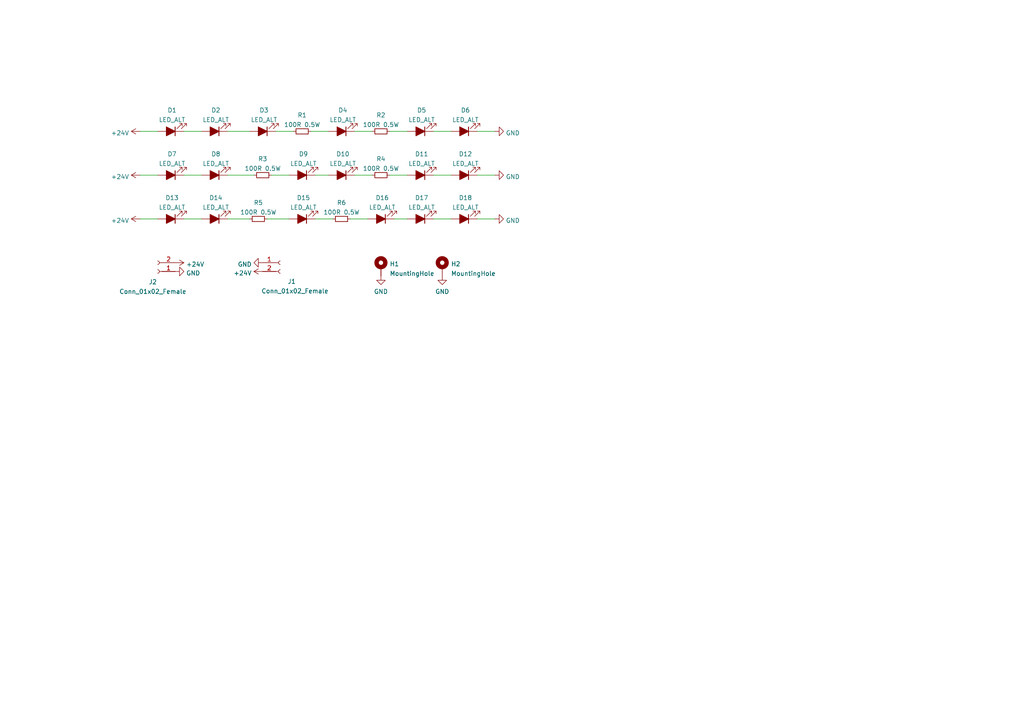
<source format=kicad_sch>
(kicad_sch (version 20211123) (generator eeschema)
  (paper "A4")
  (lib_symbols
    (symbol "Connector:Conn_01x02_Female" (pin_names (offset 1.016) hide)
      (property "Reference" "J" (at 0 2.54 0))
      (property "Value" "Conn_01x02_Female" (at 0 -5.08 0))
      (symbol "Conn_01x02_Female_1_1"
        (arc (start 0 -2.032) (mid -0.508 -2.54) (end 0 -3.048) (stroke (width 0.1524)))
        (polyline (pts (xy -1.27 -2.54) (xy -0.508 -2.54)) (stroke (width 0.1524)))
        (polyline (pts (xy -1.27 0) (xy -0.508 0)) (stroke (width 0.1524)))
        (arc (start 0 0.508) (mid -0.508 0) (end 0 -0.508) (stroke (width 0.1524)))
        (pin passive line (at -5.08 0 0) (length 3.81) (name "Pin_1") (number "1"))
        (pin passive line (at -5.08 -2.54 0) (length 3.81) (name "Pin_2") (number "2"))
      )
    )
    (symbol "Device:LED_ALT" (pin_numbers hide) (pin_names (offset 1.016) hide)
      (property "Reference" "D" (at 0 2.54 0))
      (property "Value" "LED_ALT" (at 0 -2.54 0))
      (symbol "LED_ALT_0_1"
        (polyline (pts (xy -1.27 -1.27) (xy -1.27 1.27)) (stroke (width 0.254)))
        (polyline (pts (xy -1.27 0) (xy 1.27 0)))
        (polyline (pts (xy 1.27 -1.27) (xy 1.27 1.27) (xy -1.27 0) (xy 1.27 -1.27)) (stroke (width 0.254)) (fill (type outline)))
        (polyline (pts (xy -3.048 -0.762) (xy -4.572 -2.286) (xy -3.81 -2.286) (xy -4.572 -2.286) (xy -4.572 -1.524)))
        (polyline (pts (xy -1.778 -0.762) (xy -3.302 -2.286) (xy -2.54 -2.286) (xy -3.302 -2.286) (xy -3.302 -1.524)))
      )
      (symbol "LED_ALT_1_1"
        (pin passive line (at -3.81 0 0) (length 2.54) (name "K") (number "1"))
        (pin passive line (at 3.81 0 180) (length 2.54) (name "A") (number "2"))
      )
    )
    (symbol "Device:R_Small" (pin_numbers hide) (pin_names (offset 0.254) hide)
      (property "Reference" "R" (at 0.762 0.508 0))
      (property "Value" "R_Small" (at 0.762 -1.016 0))
      (symbol "R_Small_0_1"
        (rectangle (start -0.762 1.778) (end 0.762 -1.778) (stroke (width 0.2032)))
      )
      (symbol "R_Small_1_1"
        (pin passive line (at 0 2.54 270) (length 0.762) (name "~") (number "1"))
        (pin passive line (at 0 -2.54 90) (length 0.762) (name "~") (number "2"))
      )
    )
    (symbol "Mechanical:MountingHole_Pad" (pin_numbers hide) (pin_names (offset 1.016) hide)
      (property "Reference" "H" (at 0 6.35 0))
      (property "Value" "MountingHole_Pad" (at 0 4.445 0))
      (symbol "MountingHole_Pad_0_1"
        (circle (center 0 1.27) (radius 1.27) (stroke (width 1.27)))
      )
      (symbol "MountingHole_Pad_1_1"
        (pin input line (at 0 -2.54 90) (length 2.54) (name "1") (number "1"))
      )
    )
    (symbol "power:+24V" (power) (pin_names (offset 0))
      (property "Value" "+24V" (at 0 3.556 0))
      (symbol "+24V_0_1"
        (polyline (pts (xy -0.762 1.27) (xy 0 2.54)))
        (polyline (pts (xy 0 0) (xy 0 2.54)))
        (polyline (pts (xy 0 2.54) (xy 0.762 1.27)))
      )
      (symbol "+24V_1_1"
        (pin power_in line (at 0 0 90) (length 0) hide (name "+24V") (number "1"))
      )
    )
    (symbol "power:GND" (power) (pin_names (offset 0))
      (property "Value" "GND" (at 0 -3.81 0))
      (symbol "GND_0_1"
        (polyline (pts (xy 0 0) (xy 0 -1.27) (xy 1.27 -1.27) (xy 0 -2.54) (xy -1.27 -1.27) (xy 0 -1.27)))
      )
      (symbol "GND_1_1"
        (pin power_in line (at 0 0 270) (length 0) hide (name "GND") (number "1"))
      )
    )
  )
  (wire (pts (xy 125.73 50.8) (xy 130.81 50.8)))
  (wire (pts (xy 113.03 50.8) (xy 118.11 50.8)))
  (wire (pts (xy 77.47 63.5) (xy 83.82 63.5)))
  (wire (pts (xy 138.43 38.1) (xy 143.51 38.1)))
  (wire (pts (xy 53.34 63.5) (xy 58.42 63.5)))
  (wire (pts (xy 66.04 38.1) (xy 72.39 38.1)))
  (wire (pts (xy 91.44 63.5) (xy 96.52 63.5)))
  (wire (pts (xy 125.73 38.1) (xy 130.81 38.1)))
  (wire (pts (xy 40.64 63.5) (xy 45.72 63.5)))
  (wire (pts (xy 53.34 38.1) (xy 58.42 38.1)))
  (wire (pts (xy 91.44 50.8) (xy 95.25 50.8)))
  (wire (pts (xy 101.6 63.5) (xy 106.68 63.5)))
  (wire (pts (xy 78.74 50.8) (xy 83.82 50.8)))
  (wire (pts (xy 138.43 50.8) (xy 143.51 50.8)))
  (wire (pts (xy 138.43 63.5) (xy 143.51 63.5)))
  (wire (pts (xy 40.64 38.1) (xy 45.72 38.1)))
  (wire (pts (xy 102.87 38.1) (xy 107.95 38.1)))
  (wire (pts (xy 114.3 63.5) (xy 118.11 63.5)))
  (wire (pts (xy 90.17 38.1) (xy 95.25 38.1)))
  (wire (pts (xy 102.87 50.8) (xy 107.95 50.8)))
  (wire (pts (xy 66.04 63.5) (xy 72.39 63.5)))
  (wire (pts (xy 125.73 63.5) (xy 130.81 63.5)))
  (wire (pts (xy 53.34 50.8) (xy 58.42 50.8)))
  (wire (pts (xy 66.04 50.8) (xy 73.66 50.8)))
  (wire (pts (xy 40.64 50.8) (xy 45.72 50.8)))
  (wire (pts (xy 113.03 38.1) (xy 118.11 38.1)))
  (wire (pts (xy 80.01 38.1) (xy 85.09 38.1)))
  (symbol (lib_id "Connector:Conn_01x02_Female") (at 45.72 78.74 180) (unit 1)
    (property "Reference" "J2" (at 44.3357 81.7839 0))
    (property "Value" "Conn_01x02_Female" (at 44.3357 84.559 0))
    (property "Footprint" "Daylight:PinHeader_1x02_P2.54mm_Horizontal" (effects hide))
  )
  (symbol (lib_id "Device:LED_ALT") (at 62.23 50.8 180) (unit 1)
    (property "Reference" "D8" (at 62.6109 44.6745 0))
    (property "Value" "LED_ALT" (at 62.6109 47.4496 0))
    (property "Footprint" "Daylight:LED_PLCC_2835_Handsoldering" (effects hide))
    (property "LCSC" "C182223" (effects hide))
  )
  (symbol (lib_id "Device:LED_ALT") (at 49.53 63.5 180) (unit 1)
    (property "Reference" "D13" (at 49.9109 57.3745 0))
    (property "Value" "LED_ALT" (at 49.9109 60.1496 0))
    (property "Footprint" "Daylight:LED_PLCC_2835_Handsoldering" (effects hide))
    (property "LCSC" "C182223" (effects hide))
  )
  (symbol (lib_id "power:GND") (at 143.51 50.8 90) (unit 1)
    (property "Reference" "#PWR0102" (effects hide))
    (property "Value" "GND" (at 146.685 51.279 90) (effects (justify right)))
  )
  (symbol (lib_id "power:GND") (at 143.51 63.5 90) (unit 1)
    (property "Reference" "#PWR0103" (effects hide))
    (property "Value" "GND" (at 146.685 63.979 90) (effects (justify right)))
  )
  (symbol (lib_id "Device:R_Small") (at 74.93 63.5 270) (unit 1)
    (property "Reference" "R5" (at 74.93 58.7969 90))
    (property "Value" "100R 0.5W" (at 74.93 61.572 90))
    (property "Footprint" "Daylight:R_1210_3225Metric_Pad1.30x2.65mm_HandSolder" (effects hide))
    (property "LCSC" "C137089" (effects hide))
  )
  (symbol (lib_id "power:GND") (at 50.8 78.74 90) (unit 1)
    (property "Reference" "#PWR0107" (effects hide))
    (property "Value" "GND" (at 53.975 79.219 90) (effects (justify right)))
  )
  (symbol (lib_id "Device:LED_ALT") (at 134.62 63.5 180) (unit 1)
    (property "Reference" "D18" (at 135.0009 57.3745 0))
    (property "Value" "LED_ALT" (at 135.0009 60.1496 0))
    (property "Footprint" "Daylight:LED_PLCC_2835_Handsoldering" (effects hide))
    (property "LCSC" "C182223" (effects hide))
  )
  (symbol (lib_id "Device:LED_ALT") (at 110.49 63.5 180) (unit 1)
    (property "Reference" "D16" (at 110.8709 57.3745 0))
    (property "Value" "LED_ALT" (at 110.8709 60.1496 0))
    (property "Footprint" "Daylight:LED_PLCC_2835_Handsoldering" (effects hide))
    (property "LCSC" "C182223" (effects hide))
  )
  (symbol (lib_id "Device:LED_ALT") (at 76.2 38.1 180) (unit 1)
    (property "Reference" "D3" (at 76.5809 31.9745 0))
    (property "Value" "LED_ALT" (at 76.5809 34.7496 0))
    (property "Footprint" "Daylight:LED_PLCC_2835_Handsoldering" (effects hide))
    (property "LCSC" "C182223" (effects hide))
  )
  (symbol (lib_id "power:GND") (at 110.49 80.01 0) (unit 1)
    (property "Reference" "#PWR0112" (effects hide))
    (property "Value" "GND" (at 110.49 84.5724 0))
  )
  (symbol (lib_id "Device:LED_ALT") (at 87.63 50.8 180) (unit 1)
    (property "Reference" "D9" (at 88.0109 44.6745 0))
    (property "Value" "LED_ALT" (at 88.0109 47.4496 0))
    (property "Footprint" "Daylight:LED_PLCC_2835_Handsoldering" (effects hide))
    (property "LCSC" "C182223" (effects hide))
  )
  (symbol (lib_id "Device:LED_ALT") (at 62.23 38.1 180) (unit 1)
    (property "Reference" "D2" (at 62.6109 31.9745 0))
    (property "Value" "LED_ALT" (at 62.6109 34.7496 0))
    (property "Footprint" "Daylight:LED_PLCC_2835_Handsoldering" (effects hide))
    (property "LCSC" "C182223" (effects hide))
  )
  (symbol (lib_id "Device:R_Small") (at 76.2 50.8 270) (unit 1)
    (property "Reference" "R3" (at 76.2 46.0969 90))
    (property "Value" "100R 0.5W" (at 76.2 48.872 90))
    (property "Footprint" "Daylight:R_1210_3225Metric_Pad1.30x2.65mm_HandSolder" (effects hide))
    (property "LCSC" "C137089" (effects hide))
  )
  (symbol (lib_id "Device:LED_ALT") (at 62.23 63.5 180) (unit 1)
    (property "Reference" "D14" (at 62.6109 57.3745 0))
    (property "Value" "LED_ALT" (at 62.6109 60.1496 0))
    (property "Footprint" "Daylight:LED_PLCC_2835_Handsoldering" (effects hide))
    (property "LCSC" "C182223" (effects hide))
  )
  (symbol (lib_id "Device:LED_ALT") (at 121.92 50.8 180) (unit 1)
    (property "Reference" "D11" (at 122.3009 44.6745 0))
    (property "Value" "LED_ALT" (at 122.3009 47.4496 0))
    (property "Footprint" "Daylight:LED_PLCC_2835_Handsoldering" (effects hide))
    (property "LCSC" "C182223" (effects hide))
  )
  (symbol (lib_id "power:+24V") (at 40.64 50.8 90) (unit 1)
    (property "Reference" "#PWR0105" (effects hide))
    (property "Value" "+24V" (at 37.465 51.279 90) (effects (justify left)))
  )
  (symbol (lib_id "Mechanical:MountingHole_Pad") (at 128.27 77.47 0) (unit 1) (in_bom no)
    (property "Reference" "H2" (at 130.81 76.5615 0) (effects (justify left)))
    (property "Value" "MountingHole" (at 130.81 79.3366 0) (effects (justify left)))
    (property "Footprint" "MountingHole:MountingHole_3.2mm_M3_Pad_Via" (effects hide))
  )
  (symbol (lib_id "power:GND") (at 128.27 80.01 0) (unit 1)
    (property "Reference" "#PWR0111" (effects hide))
    (property "Value" "GND" (at 128.27 84.5724 0))
  )
  (symbol (lib_id "Device:LED_ALT") (at 49.53 38.1 180) (unit 1)
    (property "Reference" "D1" (at 49.9109 31.9745 0))
    (property "Value" "LED_ALT" (at 49.9109 34.7496 0))
    (property "Footprint" "Daylight:LED_PLCC_2835_Handsoldering" (effects hide))
    (property "LCSC" "C182223" (effects hide))
  )
  (symbol (lib_id "Device:LED_ALT") (at 134.62 38.1 180) (unit 1)
    (property "Reference" "D6" (at 135.0009 31.9745 0))
    (property "Value" "LED_ALT" (at 135.0009 34.7496 0))
    (property "Footprint" "Daylight:LED_PLCC_2835_Handsoldering" (effects hide))
    (property "LCSC" "C182223" (effects hide))
  )
  (symbol (lib_id "power:+24V") (at 76.2 78.74 90) (unit 1)
    (property "Reference" "#PWR0110" (effects hide))
    (property "Value" "+24V" (at 73.025 79.219 90) (effects (justify left)))
  )
  (symbol (lib_id "power:GND") (at 76.2 76.2 270) (unit 1)
    (property "Reference" "#PWR0109" (effects hide))
    (property "Value" "GND" (at 73.025 76.679 90) (effects (justify right)))
  )
  (symbol (lib_id "power:+24V") (at 50.8 76.2 270) (unit 1)
    (property "Reference" "#PWR0108" (effects hide))
    (property "Value" "+24V" (at 53.9749 76.679 90) (effects (justify left)))
  )
  (symbol (lib_id "Device:LED_ALT") (at 134.62 50.8 180) (unit 1)
    (property "Reference" "D12" (at 135.0009 44.6745 0))
    (property "Value" "LED_ALT" (at 135.0009 47.4496 0))
    (property "Footprint" "Daylight:LED_PLCC_2835_Handsoldering" (effects hide))
    (property "LCSC" "C182223" (effects hide))
  )
  (symbol (lib_id "Device:R_Small") (at 99.06 63.5 270) (unit 1)
    (property "Reference" "R6" (at 99.06 58.7969 90))
    (property "Value" "100R 0.5W" (at 99.06 61.572 90))
    (property "Footprint" "Daylight:R_1210_3225Metric_Pad1.30x2.65mm_HandSolder" (effects hide))
    (property "LCSC" "C137089" (effects hide))
  )
  (symbol (lib_id "Device:LED_ALT") (at 99.06 38.1 180) (unit 1)
    (property "Reference" "D4" (at 99.4409 31.9745 0))
    (property "Value" "LED_ALT" (at 99.4409 34.7496 0))
    (property "Footprint" "Daylight:LED_PLCC_2835_Handsoldering" (effects hide))
    (property "LCSC" "C182223" (effects hide))
  )
  (symbol (lib_id "Device:LED_ALT") (at 121.92 38.1 180) (unit 1)
    (property "Reference" "D5" (at 122.3009 31.9745 0))
    (property "Value" "LED_ALT" (at 122.3009 34.7496 0))
    (property "Footprint" "Daylight:LED_PLCC_2835_Handsoldering" (effects hide))
    (property "LCSC" "C182223" (effects hide))
  )
  (symbol (lib_id "power:GND") (at 143.51 38.1 90) (unit 1)
    (property "Reference" "#PWR0101" (effects hide))
    (property "Value" "GND" (at 146.685 38.579 90) (effects (justify right)))
  )
  (symbol (lib_id "Device:R_Small") (at 87.63 38.1 270) (unit 1)
    (property "Reference" "R1" (at 87.63 33.3969 90))
    (property "Value" "100R 0.5W" (at 87.63 36.172 90))
    (property "Footprint" "Daylight:R_1210_3225Metric_Pad1.30x2.65mm_HandSolder" (effects hide))
    (property "LCSC" "C137089" (effects hide))
  )
  (symbol (lib_id "Device:R_Small") (at 110.49 38.1 270) (unit 1)
    (property "Reference" "R2" (at 110.49 33.3969 90))
    (property "Value" "100R 0.5W" (at 110.49 36.172 90))
    (property "Footprint" "Daylight:R_1210_3225Metric_Pad1.30x2.65mm_HandSolder" (effects hide))
    (property "LCSC" "C137089" (effects hide))
  )
  (symbol (lib_id "power:+24V") (at 40.64 38.1 90) (unit 1)
    (property "Reference" "#PWR0104" (effects hide))
    (property "Value" "+24V" (at 37.465 38.579 90) (effects (justify left)))
  )
  (symbol (lib_id "power:+24V") (at 40.64 63.5 90) (unit 1)
    (property "Reference" "#PWR0106" (effects hide))
    (property "Value" "+24V" (at 37.465 63.979 90) (effects (justify left)))
  )
  (symbol (lib_id "Connector:Conn_01x02_Female") (at 81.28 76.2 0) (unit 1)
    (property "Reference" "J1" (at 83.4136 81.6415 0) (effects (justify left)))
    (property "Value" "Conn_01x02_Female" (at 75.7936 84.4166 0) (effects (justify left)))
    (property "Footprint" "Daylight:PinHeader_1x02_P2.54mm_Horizontal_mirrored" (effects hide))
  )
  (symbol (lib_id "Mechanical:MountingHole_Pad") (at 110.49 77.47 0) (unit 1) (in_bom no)
    (property "Reference" "H1" (at 113.03 76.5615 0) (effects (justify left)))
    (property "Value" "MountingHole" (at 113.03 79.3366 0) (effects (justify left)))
    (property "Footprint" "MountingHole:MountingHole_3.2mm_M3_Pad_Via" (effects hide))
  )
  (symbol (lib_id "Device:R_Small") (at 110.49 50.8 270) (unit 1)
    (property "Reference" "R4" (at 110.49 46.0969 90))
    (property "Value" "100R 0.5W" (at 110.49 48.872 90))
    (property "Footprint" "Daylight:R_1210_3225Metric_Pad1.30x2.65mm_HandSolder" (effects hide))
    (property "LCSC" "C137089" (effects hide))
  )
  (symbol (lib_id "Device:LED_ALT") (at 49.53 50.8 180) (unit 1)
    (property "Reference" "D7" (at 49.9109 44.6745 0))
    (property "Value" "LED_ALT" (at 49.9109 47.4496 0))
    (property "Footprint" "Daylight:LED_PLCC_2835_Handsoldering" (effects hide))
    (property "LCSC" "C182223" (effects hide))
  )
  (symbol (lib_id "Device:LED_ALT") (at 87.63 63.5 180) (unit 1)
    (property "Reference" "D15" (at 88.0109 57.3745 0))
    (property "Value" "LED_ALT" (at 88.0109 60.1496 0))
    (property "Footprint" "Daylight:LED_PLCC_2835_Handsoldering" (effects hide))
    (property "LCSC" "C182223" (effects hide))
  )
  (symbol (lib_id "Device:LED_ALT") (at 121.92 63.5 180) (unit 1)
    (property "Reference" "D17" (at 122.3009 57.3745 0))
    (property "Value" "LED_ALT" (at 122.3009 60.1496 0))
    (property "Footprint" "Daylight:LED_PLCC_2835_Handsoldering" (effects hide))
    (property "LCSC" "C182223" (effects hide))
  )
  (symbol (lib_id "Device:LED_ALT") (at 99.06 50.8 180) (unit 1)
    (property "Reference" "D10" (at 99.4409 44.6745 0))
    (property "Value" "LED_ALT" (at 99.4409 47.4496 0))
    (property "Footprint" "Daylight:LED_PLCC_2835_Handsoldering" (effects hide))
    (property "LCSC" "C182223" (effects hide))
  )
)
</source>
